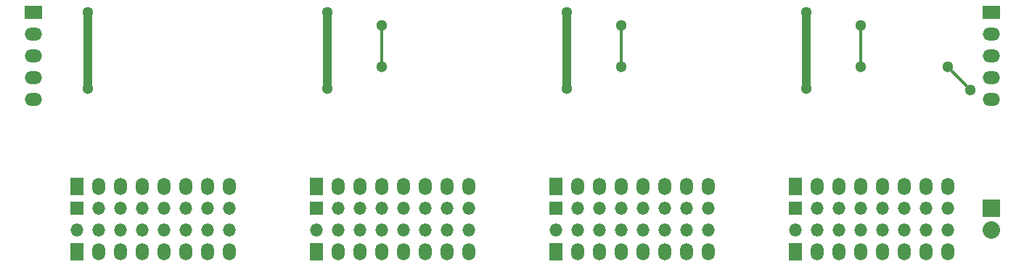
<source format=gbr>
G04 #@! TF.FileFunction,Copper,L2,Bot,Signal*
%FSLAX46Y46*%
G04 Gerber Fmt 4.6, Leading zero omitted, Abs format (unit mm)*
G04 Created by KiCad (PCBNEW 4.0.2+dfsg1-stable) date Dom 20 Nov 2016 01:18:17 BRT*
%MOMM*%
G01*
G04 APERTURE LIST*
%ADD10C,0.100000*%
%ADD11R,1.500000X1.500000*%
%ADD12O,1.500000X1.500000*%
%ADD13R,1.500000X2.032000*%
%ADD14O,1.500000X2.032000*%
%ADD15R,2.032000X1.500000*%
%ADD16O,2.032000X1.500000*%
%ADD17R,2.032000X2.032000*%
%ADD18O,2.032000X2.032000*%
%ADD19C,1.300000*%
%ADD20C,1.000000*%
%ADD21C,0.350000*%
G04 APERTURE END LIST*
D10*
D11*
X106680000Y-102870000D03*
D12*
X106680000Y-105410000D03*
X109220000Y-102870000D03*
X109220000Y-105410000D03*
X111760000Y-102870000D03*
X111760000Y-105410000D03*
X114300000Y-102870000D03*
X114300000Y-105410000D03*
X116840000Y-102870000D03*
X116840000Y-105410000D03*
X119380000Y-102870000D03*
X119380000Y-105410000D03*
X121920000Y-102870000D03*
X121920000Y-105410000D03*
X124460000Y-102870000D03*
X124460000Y-105410000D03*
D13*
X106680000Y-107950000D03*
D14*
X109220000Y-107950000D03*
X111760000Y-107950000D03*
X114300000Y-107950000D03*
X116840000Y-107950000D03*
X119380000Y-107950000D03*
X121920000Y-107950000D03*
X124460000Y-107950000D03*
D11*
X134620000Y-102870000D03*
D12*
X134620000Y-105410000D03*
X137160000Y-102870000D03*
X137160000Y-105410000D03*
X139700000Y-102870000D03*
X139700000Y-105410000D03*
X142240000Y-102870000D03*
X142240000Y-105410000D03*
X144780000Y-102870000D03*
X144780000Y-105410000D03*
X147320000Y-102870000D03*
X147320000Y-105410000D03*
X149860000Y-102870000D03*
X149860000Y-105410000D03*
X152400000Y-102870000D03*
X152400000Y-105410000D03*
D13*
X134620000Y-107950000D03*
D14*
X137160000Y-107950000D03*
X139700000Y-107950000D03*
X142240000Y-107950000D03*
X144780000Y-107950000D03*
X147320000Y-107950000D03*
X149860000Y-107950000D03*
X152400000Y-107950000D03*
D15*
X101600000Y-80010000D03*
D16*
X101600000Y-82550000D03*
X101600000Y-85090000D03*
X101600000Y-87630000D03*
X101600000Y-90170000D03*
D11*
X162560000Y-102870000D03*
D12*
X162560000Y-105410000D03*
X165100000Y-102870000D03*
X165100000Y-105410000D03*
X167640000Y-102870000D03*
X167640000Y-105410000D03*
X170180000Y-102870000D03*
X170180000Y-105410000D03*
X172720000Y-102870000D03*
X172720000Y-105410000D03*
X175260000Y-102870000D03*
X175260000Y-105410000D03*
X177800000Y-102870000D03*
X177800000Y-105410000D03*
X180340000Y-102870000D03*
X180340000Y-105410000D03*
D15*
X213360000Y-80010000D03*
D16*
X213360000Y-82550000D03*
X213360000Y-85090000D03*
X213360000Y-87630000D03*
X213360000Y-90170000D03*
D13*
X162560000Y-107950000D03*
D14*
X165100000Y-107950000D03*
X167640000Y-107950000D03*
X170180000Y-107950000D03*
X172720000Y-107950000D03*
X175260000Y-107950000D03*
X177800000Y-107950000D03*
X180340000Y-107950000D03*
D11*
X190500000Y-102870000D03*
D12*
X190500000Y-105410000D03*
X193040000Y-102870000D03*
X193040000Y-105410000D03*
X195580000Y-102870000D03*
X195580000Y-105410000D03*
X198120000Y-102870000D03*
X198120000Y-105410000D03*
X200660000Y-102870000D03*
X200660000Y-105410000D03*
X203200000Y-102870000D03*
X203200000Y-105410000D03*
X205740000Y-102870000D03*
X205740000Y-105410000D03*
X208280000Y-102870000D03*
X208280000Y-105410000D03*
D13*
X190500000Y-107950000D03*
D14*
X193040000Y-107950000D03*
X195580000Y-107950000D03*
X198120000Y-107950000D03*
X200660000Y-107950000D03*
X203200000Y-107950000D03*
X205740000Y-107950000D03*
X208280000Y-107950000D03*
D17*
X213360000Y-102870000D03*
D18*
X213360000Y-105410000D03*
D13*
X106680000Y-100330000D03*
D14*
X109220000Y-100330000D03*
X111760000Y-100330000D03*
X114300000Y-100330000D03*
X116840000Y-100330000D03*
X119380000Y-100330000D03*
X121920000Y-100330000D03*
X124460000Y-100330000D03*
D13*
X134620000Y-100330000D03*
D14*
X137160000Y-100330000D03*
X139700000Y-100330000D03*
X142240000Y-100330000D03*
X144780000Y-100330000D03*
X147320000Y-100330000D03*
X149860000Y-100330000D03*
X152400000Y-100330000D03*
D13*
X162560000Y-100330000D03*
D14*
X165100000Y-100330000D03*
X167640000Y-100330000D03*
X170180000Y-100330000D03*
X172720000Y-100330000D03*
X175260000Y-100330000D03*
X177800000Y-100330000D03*
X180340000Y-100330000D03*
D13*
X190500000Y-100330000D03*
D14*
X193040000Y-100330000D03*
X195580000Y-100330000D03*
X198120000Y-100330000D03*
X200660000Y-100330000D03*
X203200000Y-100330000D03*
X205740000Y-100330000D03*
X208280000Y-100330000D03*
D19*
X191770000Y-80010000D03*
X191770000Y-88900000D03*
X163830000Y-80010000D03*
X163830000Y-88900000D03*
X135890000Y-80010000D03*
X135890000Y-88900000D03*
X107950000Y-80010000D03*
X107950000Y-88900000D03*
X208280000Y-86360000D03*
X210939658Y-89019658D03*
X142240000Y-81510010D03*
X142240000Y-86360000D03*
X170180000Y-81510010D03*
X170180000Y-86360000D03*
X198120000Y-81510010D03*
X198120000Y-86360000D03*
D20*
X191770000Y-88900000D02*
X191770000Y-80010000D01*
X163830000Y-88900000D02*
X163830000Y-80010000D01*
X135890000Y-88900000D02*
X135890000Y-80010000D01*
X107950000Y-88900000D02*
X107950000Y-80010000D01*
D21*
X210939658Y-89019658D02*
X208280000Y-86360000D01*
X142240000Y-86360000D02*
X142240000Y-81510010D01*
X170180000Y-86360000D02*
X170180000Y-81510010D01*
X198120000Y-86360000D02*
X198120000Y-81510010D01*
M02*

</source>
